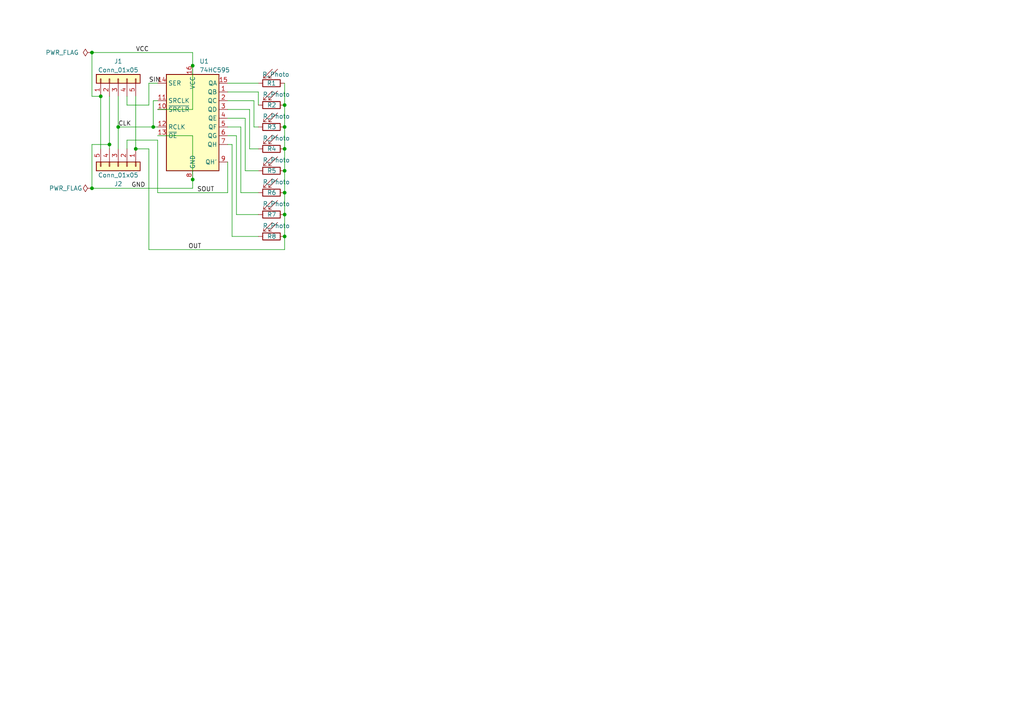
<source format=kicad_sch>
(kicad_sch (version 20230121) (generator eeschema)
  (paper "A4")
  (lib_symbols
    (symbol "74xx:74HC595"
      (property "Reference" "U" (at -7.62 13.97 0))
      (property "Value" "74HC595" (at -7.62 -16.51 0))
      (symbol "74HC595_1_0"
        (pin tri_state line (at 10.16 7.62 180) (length 2.54) (name "QB") (number "1"))
        (pin input line (at -10.16 2.54 0) (length 2.54) (name "~{SRCLR}") (number "10"))
        (pin input line (at -10.16 5.08 0) (length 2.54) (name "SRCLK") (number "11"))
        (pin input line (at -10.16 -2.54 0) (length 2.54) (name "RCLK") (number "12"))
        (pin input line (at -10.16 -5.08 0) (length 2.54) (name "~{OE}") (number "13"))
        (pin input line (at -10.16 10.16 0) (length 2.54) (name "SER") (number "14"))
        (pin tri_state line (at 10.16 10.16 180) (length 2.54) (name "QA") (number "15"))
        (pin power_in line (at 0 15.24 270) (length 2.54) (name "VCC") (number "16"))
        (pin tri_state line (at 10.16 5.08 180) (length 2.54) (name "QC") (number "2"))
        (pin tri_state line (at 10.16 2.54 180) (length 2.54) (name "QD") (number "3"))
        (pin tri_state line (at 10.16 0 180) (length 2.54) (name "QE") (number "4"))
        (pin tri_state line (at 10.16 -2.54 180) (length 2.54) (name "QF") (number "5"))
        (pin tri_state line (at 10.16 -5.08 180) (length 2.54) (name "QG") (number "6"))
        (pin tri_state line (at 10.16 -7.62 180) (length 2.54) (name "QH") (number "7"))
        (pin power_in line (at 0 -17.78 90) (length 2.54) (name "GND") (number "8"))
        (pin output line (at 10.16 -12.7 180) (length 2.54) (name "QH'") (number "9"))
      )
      (symbol "74HC595_1_1"
        (rectangle (start -7.62 12.7) (end 7.62 -15.24) (stroke (width 0.254)) (fill (type background)))
      )
    )
    (symbol "Connector_Generic:Conn_01x05" (pin_names (offset 1.016) hide)
      (property "Reference" "J" (at 0 7.62 0))
      (property "Value" "Conn_01x05" (at 0 -7.62 0))
      (symbol "Conn_01x05_1_1"
        (rectangle (start -1.27 -4.953) (end 0 -5.207) (stroke (width 0.1524)))
        (rectangle (start -1.27 -2.413) (end 0 -2.667) (stroke (width 0.1524)))
        (rectangle (start -1.27 0.127) (end 0 -0.127) (stroke (width 0.1524)))
        (rectangle (start -1.27 2.667) (end 0 2.413) (stroke (width 0.1524)))
        (rectangle (start -1.27 5.207) (end 0 4.953) (stroke (width 0.1524)))
        (rectangle (start -1.27 6.35) (end 1.27 -6.35) (stroke (width 0.254)) (fill (type background)))
        (pin passive line (at -5.08 5.08 0) (length 3.81) (name "Pin_1") (number "1"))
        (pin passive line (at -5.08 2.54 0) (length 3.81) (name "Pin_2") (number "2"))
        (pin passive line (at -5.08 0 0) (length 3.81) (name "Pin_3") (number "3"))
        (pin passive line (at -5.08 -2.54 0) (length 3.81) (name "Pin_4") (number "4"))
        (pin passive line (at -5.08 -5.08 0) (length 3.81) (name "Pin_5") (number "5"))
      )
    )
    (symbol "Device:R_Photo" (pin_numbers hide) (pin_names (offset 0))
      (property "Reference" "R" (at 1.27 1.27 0))
      (property "Value" "R_Photo" (at 1.27 0 0))
      (symbol "R_Photo_0_1"
        (rectangle (start -1.016 2.54) (end 1.016 -2.54) (stroke (width 0.254)))
        (polyline (pts (xy -1.524 -2.286) (xy -4.064 0.254)))
        (polyline (pts (xy -1.524 -2.286) (xy -2.286 -2.286)))
        (polyline (pts (xy -1.524 -2.286) (xy -1.524 -1.524)))
        (polyline (pts (xy -1.524 -0.762) (xy -4.064 1.778)))
        (polyline (pts (xy -1.524 -0.762) (xy -2.286 -0.762)))
        (polyline (pts (xy -1.524 -0.762) (xy -1.524 0)))
      )
      (symbol "R_Photo_1_1"
        (pin passive line (at 0 3.81 270) (length 1.27) (name "~") (number "1"))
        (pin passive line (at 0 -3.81 90) (length 1.27) (name "~") (number "2"))
      )
    )
    (symbol "power:PWR_FLAG" (power) (pin_numbers hide) (pin_names (offset 0) hide)
      (property "Value" "PWR_FLAG" (at 0 3.81 0))
      (symbol "PWR_FLAG_0_0"
        (pin power_out line (at 0 0 90) (length 0) (name "pwr") (number "1"))
      )
      (symbol "PWR_FLAG_0_1"
        (polyline (pts (xy 0 0) (xy 0 1.27) (xy -1.016 1.905) (xy 0 2.54) (xy 1.016 1.905) (xy 0 1.27)))
      )
    )
  )
  (junction (at 29.21 27.94))
  (junction (at 82.55 49.53))
  (junction (at 39.37 43.18))
  (junction (at 31.75 41.91))
  (junction (at 82.55 62.23))
  (junction (at 55.88 52.07))
  (junction (at 26.67 15.24))
  (junction (at 82.55 30.48))
  (junction (at 82.55 55.88))
  (junction (at 44.45 36.83))
  (junction (at 55.88 19.05))
  (junction (at 34.29 36.83))
  (junction (at 82.55 43.18))
  (junction (at 26.67 54.61))
  (junction (at 82.55 68.58))
  (junction (at 82.55 36.83))
  (wire (pts (xy 55.88 19.05) (xy 55.88 15.24)))
  (wire (pts (xy 36.83 40.64) (xy 36.83 43.18)))
  (wire (pts (xy 82.55 24.13) (xy 82.55 30.48)))
  (wire (pts (xy 26.67 41.91) (xy 31.75 41.91)))
  (wire (pts (xy 45.72 24.13) (xy 43.18 24.13)))
  (wire (pts (xy 45.72 39.37) (xy 55.88 39.37)))
  (wire (pts (xy 45.72 55.88) (xy 45.72 40.64)))
  (wire (pts (xy 66.04 26.67) (xy 74.93 26.67)))
  (wire (pts (xy 82.55 30.48) (xy 82.55 36.83)))
  (wire (pts (xy 26.67 15.24) (xy 26.67 27.94)))
  (wire (pts (xy 43.18 43.18) (xy 43.18 72.39)))
  (wire (pts (xy 82.55 72.39) (xy 82.55 68.58)))
  (wire (pts (xy 73.66 36.83) (xy 74.93 36.83)))
  (wire (pts (xy 66.04 34.29) (xy 71.12 34.29)))
  (wire (pts (xy 45.72 40.64) (xy 36.83 40.64)))
  (wire (pts (xy 45.72 29.21) (xy 44.45 29.21)))
  (wire (pts (xy 29.21 27.94) (xy 29.21 43.18)))
  (wire (pts (xy 82.55 49.53) (xy 82.55 55.88)))
  (wire (pts (xy 34.29 36.83) (xy 34.29 43.18)))
  (wire (pts (xy 82.55 55.88) (xy 82.55 62.23)))
  (wire (pts (xy 36.83 30.48) (xy 36.83 27.94)))
  (wire (pts (xy 45.72 31.75) (xy 55.88 31.75)))
  (wire (pts (xy 82.55 43.18) (xy 82.55 49.53)))
  (wire (pts (xy 66.04 36.83) (xy 69.85 36.83)))
  (wire (pts (xy 26.67 54.61) (xy 26.67 41.91)))
  (wire (pts (xy 39.37 27.94) (xy 39.37 43.18)))
  (wire (pts (xy 55.88 39.37) (xy 55.88 52.07)))
  (wire (pts (xy 82.55 62.23) (xy 82.55 68.58)))
  (wire (pts (xy 82.55 36.83) (xy 82.55 43.18)))
  (wire (pts (xy 72.39 43.18) (xy 74.93 43.18)))
  (wire (pts (xy 44.45 29.21) (xy 44.45 36.83)))
  (wire (pts (xy 68.58 39.37) (xy 68.58 62.23)))
  (wire (pts (xy 55.88 31.75) (xy 55.88 19.05)))
  (wire (pts (xy 66.04 41.91) (xy 67.31 41.91)))
  (wire (pts (xy 71.12 34.29) (xy 71.12 49.53)))
  (wire (pts (xy 66.04 31.75) (xy 72.39 31.75)))
  (wire (pts (xy 73.66 29.21) (xy 73.66 36.83)))
  (wire (pts (xy 43.18 24.13) (xy 43.18 30.48)))
  (wire (pts (xy 55.88 15.24) (xy 26.67 15.24)))
  (wire (pts (xy 69.85 55.88) (xy 74.93 55.88)))
  (wire (pts (xy 66.04 29.21) (xy 73.66 29.21)))
  (wire (pts (xy 55.88 52.07) (xy 55.88 54.61)))
  (wire (pts (xy 67.31 68.58) (xy 74.93 68.58)))
  (wire (pts (xy 66.04 55.88) (xy 45.72 55.88)))
  (wire (pts (xy 66.04 46.99) (xy 66.04 55.88)))
  (wire (pts (xy 71.12 49.53) (xy 74.93 49.53)))
  (wire (pts (xy 43.18 72.39) (xy 82.55 72.39)))
  (wire (pts (xy 55.88 54.61) (xy 26.67 54.61)))
  (wire (pts (xy 66.04 24.13) (xy 74.93 24.13)))
  (wire (pts (xy 31.75 41.91) (xy 31.75 43.18)))
  (wire (pts (xy 66.04 39.37) (xy 68.58 39.37)))
  (wire (pts (xy 72.39 31.75) (xy 72.39 43.18)))
  (wire (pts (xy 68.58 62.23) (xy 74.93 62.23)))
  (wire (pts (xy 69.85 36.83) (xy 69.85 55.88)))
  (wire (pts (xy 34.29 36.83) (xy 34.29 27.94)))
  (wire (pts (xy 67.31 41.91) (xy 67.31 68.58)))
  (wire (pts (xy 74.93 26.67) (xy 74.93 30.48)))
  (wire (pts (xy 26.67 27.94) (xy 29.21 27.94)))
  (wire (pts (xy 44.45 36.83) (xy 45.72 36.83)))
  (wire (pts (xy 44.45 36.83) (xy 34.29 36.83)))
  (wire (pts (xy 31.75 27.94) (xy 31.75 41.91)))
  (wire (pts (xy 43.18 30.48) (xy 36.83 30.48)))
  (wire (pts (xy 39.37 43.18) (xy 43.18 43.18)))
  (label "SOUT" (at 57.15 55.88 0))
  (label "OUT" (at 54.61 72.39 0))
  (label "SIN" (at 43.18 24.13 0))
  (label "VCC" (at 39.37 15.24 0))
  (label "GND" (at 38.1 54.61 0))
  (label "CLK" (at 34.29 36.83 0))
  (symbol (lib_id "Connector_Generic:Conn_01x05") (at 34.29 48.26 270) (unit 1)
    (property "Reference" "J2" (at 34.29 53.34 90))
    (property "Value" "Conn_01x05" (at 34.29 50.8 90))
    (property "Footprint" "Connector_PinSocket_2.00mm:PinSocket_1x05_P2.00mm_Horizontal" (effects hide))
  )
  (symbol (lib_id "Device:R_Photo") (at 78.74 68.58 270) (unit 1)
    (property "Reference" "R8" (at 77.47 68.58 90) (effects (justify left)))
    (property "Value" "R_Photo" (at 76.2 64.77 90) (effects (justify left top)))
    (property "Footprint" "TacTile:Photoresistor" (effects hide))
  )
  (symbol (lib_id "Device:R_Photo") (at 78.74 43.18 270) (unit 1)
    (property "Reference" "R4" (at 77.47 43.18 90) (effects (justify left)))
    (property "Value" "R_Photo" (at 76.2 39.37 90) (effects (justify left top)))
    (property "Footprint" "TacTile:Photoresistor" (effects hide))
  )
  (symbol (lib_id "Device:R_Photo") (at 78.74 24.13 270) (unit 1)
    (property "Reference" "R1" (at 78.74 24.13 90))
    (property "Value" "R_Photo" (at 80.01 21.59 90))
    (property "Footprint" "TacTile:Photoresistor" (effects hide))
  )
  (symbol (lib_id "Device:R_Photo") (at 78.74 36.83 270) (unit 1)
    (property "Reference" "R3" (at 77.47 36.83 90) (effects (justify left)))
    (property "Value" "R_Photo" (at 76.2 33.02 90) (effects (justify left top)))
    (property "Footprint" "TacTile:Photoresistor" (effects hide))
  )
  (symbol (lib_id "Device:R_Photo") (at 78.74 62.23 270) (unit 1)
    (property "Reference" "R7" (at 77.47 62.23 90) (effects (justify left)))
    (property "Value" "R_Photo" (at 76.2 58.42 90) (effects (justify left top)))
    (property "Footprint" "TacTile:Photoresistor" (effects hide))
  )
  (symbol (lib_id "Device:R_Photo") (at 78.74 30.48 270) (unit 1)
    (property "Reference" "R2" (at 77.47 30.48 90) (effects (justify left)))
    (property "Value" "R_Photo" (at 76.2 26.67 90) (effects (justify left top)))
    (property "Footprint" "TacTile:Photoresistor" (effects hide))
  )
  (symbol (lib_id "power:PWR_FLAG") (at 26.67 15.24 90) (unit 1)
    (property "Reference" "#FLG01" (effects hide))
    (property "Value" "PWR_FLAG" (at 22.86 15.24 90) (effects (justify left)))
  )
  (symbol (lib_id "Connector_Generic:Conn_01x05") (at 34.29 22.86 90) (unit 1)
    (property "Reference" "J1" (at 34.29 17.78 90))
    (property "Value" "Conn_01x05" (at 34.29 20.32 90))
    (property "Footprint" "Connector_PinHeader_2.00mm:PinHeader_1x05_P2.00mm_Horizontal" (effects hide))
  )
  (symbol (lib_id "power:PWR_FLAG") (at 26.67 54.61 90) (unit 1)
    (property "Reference" "#FLG02" (effects hide))
    (property "Value" "PWR_FLAG" (at 19.05 54.61 90))
  )
  (symbol (lib_id "Device:R_Photo") (at 78.74 55.88 270) (unit 1)
    (property "Reference" "R6" (at 77.47 55.88 90) (effects (justify left)))
    (property "Value" "R_Photo" (at 76.2 52.07 90) (effects (justify left top)))
    (property "Footprint" "TacTile:Photoresistor" (effects hide))
  )
  (symbol (lib_id "Device:R_Photo") (at 78.74 49.53 270) (unit 1)
    (property "Reference" "R5" (at 77.47 49.53 90) (effects (justify left)))
    (property "Value" "R_Photo" (at 76.2 45.72 90) (effects (justify left top)))
    (property "Footprint" "TacTile:Photoresistor" (effects hide))
  )
  (symbol (lib_id "74xx:74HC595") (at 55.88 34.29 0) (unit 1)
    (property "Reference" "U1" (at 57.8359 17.78 0) (effects (justify left)))
    (property "Value" "74HC595" (at 57.8359 20.32 0) (effects (justify left)))
    (property "Footprint" "Package_DIP:DIP-16_W7.62mm" (effects hide))
    (property "Datasheet" "http://www.ti.com/lit/ds/symlink/sn74hc595.pdf" (effects hide))
  )
)
</source>
